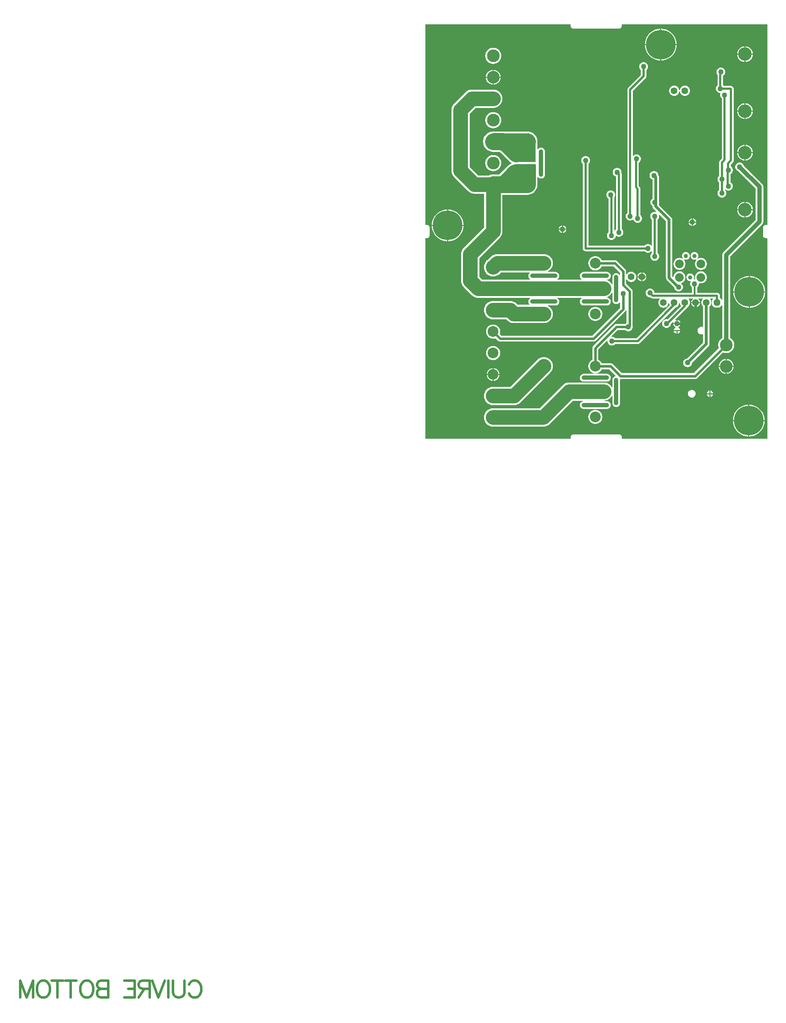
<source format=gbl>
G04*
G04 #@! TF.GenerationSoftware,Altium Limited,Altium Designer,18.1.6 (161)*
G04*
G04 Layer_Physical_Order=2*
G04 Layer_Color=16711680*
%FSLAX25Y25*%
%MOIN*%
G70*
G01*
G75*
%ADD11C,0.02362*%
%ADD39O,0.04000X0.25600*%
%ADD40O,0.25600X0.04000*%
%ADD41C,0.27559*%
%ADD42C,0.12598*%
%ADD43C,0.11811*%
%ADD44C,0.08000*%
%ADD45C,0.03900*%
%ADD46C,0.10000*%
%ADD47R,0.10000X0.10000*%
%ADD48C,0.06300*%
%ADD49P,0.06819X8X202.5*%
%ADD50C,0.05000*%
%ADD51C,0.01600*%
%ADD52C,0.02000*%
%ADD53C,0.02756*%
%ADD55C,0.02400*%
%ADD57C,0.04000*%
%ADD58C,0.13800*%
%ADD59C,0.15748*%
%ADD67C,0.06000*%
%ADD68R,0.09700X0.18900*%
%ADD69R,0.08500X0.19000*%
G36*
X320719Y201328D02*
X318898D01*
X318088Y201167D01*
X317402Y200708D01*
X316943Y200022D01*
X316782Y199213D01*
Y191339D01*
X316783Y191335D01*
X316782Y191332D01*
X316864Y190930D01*
X316943Y190529D01*
X316945Y190526D01*
X316946Y190523D01*
X317175Y190183D01*
X317402Y189843D01*
X317405Y189841D01*
X317407Y189838D01*
X317747Y189612D01*
X318088Y189384D01*
X318092Y189384D01*
X318094Y189382D01*
X318496Y189303D01*
X318898Y189223D01*
X318901Y189224D01*
X318905Y189223D01*
X320348Y189228D01*
X320702Y188875D01*
Y2115D01*
X185186D01*
Y3937D01*
X185025Y4747D01*
X184567Y5433D01*
X183880Y5891D01*
X183071Y6052D01*
X139764D01*
X138954Y5891D01*
X138268Y5433D01*
X137809Y4747D01*
X137648Y3937D01*
Y2115D01*
X2115D01*
Y189223D01*
X3937D01*
X4747Y189384D01*
X5433Y189843D01*
X5891Y190529D01*
X6053Y191339D01*
Y199213D01*
X5891Y200022D01*
X5433Y200708D01*
X4747Y201167D01*
X3937Y201328D01*
X2115D01*
Y388436D01*
X137648D01*
Y386614D01*
X137809Y385805D01*
X138268Y385118D01*
X138954Y384660D01*
X139764Y384499D01*
X183071D01*
X183880Y384660D01*
X184567Y385118D01*
X185025Y385805D01*
X185186Y386614D01*
Y388436D01*
X320719D01*
Y201328D01*
D02*
G37*
%LPC*%
G36*
X222000Y384286D02*
Y370000D01*
X236286D01*
X236143Y371819D01*
X235600Y374081D01*
X234709Y376231D01*
X233494Y378214D01*
X231983Y379983D01*
X230214Y381494D01*
X228231Y382709D01*
X226081Y383600D01*
X223819Y384143D01*
X222000Y384286D01*
D02*
G37*
G36*
X221000D02*
X219181Y384143D01*
X216919Y383600D01*
X214770Y382709D01*
X212786Y381494D01*
X211017Y379983D01*
X209506Y378214D01*
X208291Y376231D01*
X207400Y374081D01*
X206857Y371819D01*
X206714Y370000D01*
X221000D01*
Y384286D01*
D02*
G37*
G36*
X300516Y367904D02*
Y361119D01*
X307301D01*
X307209Y362050D01*
X306792Y363426D01*
X306114Y364694D01*
X305202Y365805D01*
X304091Y366717D01*
X302823Y367395D01*
X301447Y367812D01*
X300516Y367904D01*
D02*
G37*
G36*
X299516Y367904D02*
X298585Y367812D01*
X297209Y367395D01*
X295941Y366717D01*
X294830Y365805D01*
X293917Y364694D01*
X293240Y363426D01*
X292822Y362050D01*
X292731Y361119D01*
X299516D01*
Y367904D01*
D02*
G37*
G36*
X236286Y369000D02*
X222000D01*
Y354714D01*
X223819Y354857D01*
X226081Y355400D01*
X228231Y356291D01*
X230214Y357506D01*
X231983Y359017D01*
X233494Y360786D01*
X234709Y362770D01*
X235600Y364919D01*
X236143Y367181D01*
X236286Y369000D01*
D02*
G37*
G36*
X221000D02*
X206714D01*
X206857Y367181D01*
X207400Y364919D01*
X208291Y362770D01*
X209506Y360786D01*
X211017Y359017D01*
X212786Y357506D01*
X214770Y356291D01*
X216919Y355400D01*
X219181Y354857D01*
X221000Y354714D01*
Y369000D01*
D02*
G37*
G36*
X307301Y360119D02*
X300516D01*
Y353334D01*
X301447Y353425D01*
X302823Y353843D01*
X304091Y354520D01*
X305202Y355433D01*
X306114Y356544D01*
X306792Y357812D01*
X307209Y359188D01*
X307301Y360119D01*
D02*
G37*
G36*
X299516D02*
X292731D01*
X292822Y359188D01*
X293240Y357812D01*
X293917Y356544D01*
X294830Y355433D01*
X295941Y354520D01*
X297209Y353843D01*
X298585Y353425D01*
X299516Y353334D01*
Y360119D01*
D02*
G37*
G36*
X65417Y366568D02*
X63951Y366423D01*
X62541Y365996D01*
X61242Y365301D01*
X60102Y364366D01*
X59168Y363227D01*
X58473Y361928D01*
X58045Y360518D01*
X57901Y359051D01*
X58045Y357585D01*
X58473Y356175D01*
X59168Y354875D01*
X60102Y353736D01*
X61242Y352802D01*
X62541Y352107D01*
X63951Y351679D01*
X65417Y351535D01*
X66884Y351679D01*
X68294Y352107D01*
X69593Y352802D01*
X70732Y353736D01*
X71667Y354875D01*
X72362Y356175D01*
X72790Y357585D01*
X72934Y359051D01*
X72790Y360518D01*
X72362Y361928D01*
X71667Y363227D01*
X70732Y364366D01*
X69593Y365301D01*
X68294Y365996D01*
X66884Y366423D01*
X65417Y366568D01*
D02*
G37*
G36*
X65917Y345941D02*
Y339551D01*
X72307D01*
X72223Y340405D01*
X71828Y341707D01*
X71187Y342906D01*
X70324Y343958D01*
X69273Y344821D01*
X68073Y345462D01*
X66771Y345857D01*
X65917Y345941D01*
D02*
G37*
G36*
X64917Y345941D02*
X64064Y345857D01*
X62762Y345462D01*
X61562Y344821D01*
X60511Y343958D01*
X59648Y342906D01*
X59007Y341707D01*
X58612Y340405D01*
X58528Y339551D01*
X64917D01*
Y345941D01*
D02*
G37*
G36*
X72307Y338551D02*
X65917D01*
Y332162D01*
X66771Y332246D01*
X68073Y332641D01*
X69273Y333282D01*
X70324Y334145D01*
X71187Y335196D01*
X71828Y336396D01*
X72223Y337698D01*
X72307Y338551D01*
D02*
G37*
G36*
X64917D02*
X58528D01*
X58612Y337698D01*
X59007Y336396D01*
X59648Y335196D01*
X60511Y334145D01*
X61562Y333282D01*
X62762Y332641D01*
X64064Y332246D01*
X64917Y332162D01*
Y338551D01*
D02*
G37*
G36*
X244000Y331266D02*
X242767Y331103D01*
X241617Y330627D01*
X240630Y329870D01*
X239873Y328883D01*
X239397Y327733D01*
X239281Y326853D01*
X239252Y326635D01*
X238748D01*
X238719Y326853D01*
X238603Y327733D01*
X238127Y328883D01*
X237370Y329870D01*
X236383Y330627D01*
X235233Y331103D01*
X234000Y331266D01*
X232767Y331103D01*
X231617Y330627D01*
X230630Y329870D01*
X229873Y328883D01*
X229397Y327733D01*
X229234Y326500D01*
X229397Y325267D01*
X229873Y324117D01*
X230630Y323130D01*
X231617Y322373D01*
X232767Y321897D01*
X234000Y321734D01*
X235233Y321897D01*
X236383Y322373D01*
X237370Y323130D01*
X238127Y324117D01*
X238603Y325267D01*
X238719Y326147D01*
X238748Y326365D01*
X239252D01*
X239281Y326147D01*
X239397Y325267D01*
X239873Y324117D01*
X240630Y323130D01*
X241617Y322373D01*
X242767Y321897D01*
X244000Y321734D01*
X245233Y321897D01*
X246383Y322373D01*
X247370Y323130D01*
X248127Y324117D01*
X248603Y325267D01*
X248766Y326500D01*
X248603Y327733D01*
X248127Y328883D01*
X247370Y329870D01*
X246383Y330627D01*
X245233Y331103D01*
X244000Y331266D01*
D02*
G37*
G36*
X300516Y314755D02*
Y307969D01*
X307301D01*
X307209Y308900D01*
X306792Y310276D01*
X306114Y311544D01*
X305202Y312656D01*
X304091Y313568D01*
X302823Y314246D01*
X301447Y314663D01*
X300516Y314755D01*
D02*
G37*
G36*
X299516Y314755D02*
X298585Y314663D01*
X297209Y314246D01*
X295941Y313568D01*
X294830Y312656D01*
X293917Y311544D01*
X293240Y310276D01*
X292822Y308900D01*
X292731Y307969D01*
X299516D01*
Y314755D01*
D02*
G37*
G36*
X307301Y306969D02*
X300516D01*
Y300184D01*
X301447Y300276D01*
X302823Y300693D01*
X304091Y301371D01*
X305202Y302283D01*
X306114Y303395D01*
X306792Y304663D01*
X307209Y306038D01*
X307301Y306969D01*
D02*
G37*
G36*
X299516D02*
X292731D01*
X292822Y306038D01*
X293240Y304663D01*
X293917Y303395D01*
X294830Y302283D01*
X295941Y301371D01*
X297209Y300693D01*
X298585Y300276D01*
X299516Y300184D01*
Y306969D01*
D02*
G37*
G36*
X65417Y306568D02*
X63951Y306423D01*
X62541Y305996D01*
X61242Y305301D01*
X60102Y304366D01*
X59168Y303227D01*
X58473Y301928D01*
X58045Y300518D01*
X57901Y299051D01*
X58045Y297585D01*
X58473Y296175D01*
X59168Y294875D01*
X60102Y293736D01*
X61242Y292802D01*
X62541Y292107D01*
X63951Y291679D01*
X65417Y291535D01*
X66884Y291679D01*
X68294Y292107D01*
X69593Y292802D01*
X70732Y293736D01*
X71667Y294875D01*
X72362Y296175D01*
X72790Y297585D01*
X72934Y299051D01*
X72790Y300518D01*
X72362Y301928D01*
X71667Y303227D01*
X70732Y304366D01*
X69593Y305301D01*
X68294Y305996D01*
X66884Y306423D01*
X65417Y306568D01*
D02*
G37*
G36*
X300504Y276042D02*
Y269257D01*
X307289D01*
X307198Y270188D01*
X306780Y271564D01*
X306102Y272832D01*
X305190Y273943D01*
X304079Y274855D01*
X302811Y275533D01*
X301435Y275950D01*
X300504Y276042D01*
D02*
G37*
G36*
X299504D02*
X298573Y275950D01*
X297197Y275533D01*
X295929Y274855D01*
X294818Y273943D01*
X293906Y272832D01*
X293228Y271564D01*
X292811Y270188D01*
X292719Y269257D01*
X299504D01*
Y276042D01*
D02*
G37*
G36*
X307289Y268257D02*
X300504D01*
Y261471D01*
X301435Y261563D01*
X302811Y261981D01*
X304079Y262658D01*
X305190Y263570D01*
X306102Y264682D01*
X306780Y265950D01*
X307198Y267326D01*
X307289Y268257D01*
D02*
G37*
G36*
X299504D02*
X292719D01*
X292811Y267326D01*
X293228Y265950D01*
X293906Y264682D01*
X294818Y263570D01*
X295929Y262658D01*
X297197Y261981D01*
X298573Y261563D01*
X299504Y261471D01*
Y268257D01*
D02*
G37*
G36*
X65417Y266568D02*
X63951Y266423D01*
X62541Y265996D01*
X61242Y265301D01*
X60102Y264366D01*
X59168Y263227D01*
X58473Y261928D01*
X58045Y260518D01*
X57901Y259051D01*
X58045Y257585D01*
X58473Y256175D01*
X59168Y254875D01*
X60102Y253736D01*
X61242Y252802D01*
X62541Y252107D01*
X63951Y251679D01*
X65417Y251535D01*
X66884Y251679D01*
X68294Y252107D01*
X69593Y252802D01*
X70732Y253736D01*
X71667Y254875D01*
X72362Y256175D01*
X72790Y257585D01*
X72934Y259051D01*
X72790Y260518D01*
X72362Y261928D01*
X71667Y263227D01*
X70732Y264366D01*
X69593Y265301D01*
X68294Y265996D01*
X66884Y266423D01*
X65417Y266568D01*
D02*
G37*
G36*
X277500Y348110D02*
X276436Y347970D01*
X275445Y347559D01*
X274594Y346906D01*
X273941Y346055D01*
X273530Y345064D01*
X273390Y344000D01*
X273530Y342936D01*
X273941Y341945D01*
X274403Y341342D01*
Y331643D01*
X274094Y331406D01*
X273441Y330555D01*
X273030Y329564D01*
X272890Y328500D01*
X273030Y327436D01*
X273441Y326445D01*
X274094Y325594D01*
X274945Y324941D01*
X275936Y324530D01*
X276840Y324411D01*
X277196Y323964D01*
X277030Y323564D01*
X276890Y322500D01*
X277030Y321436D01*
X277441Y320445D01*
X278094Y319594D01*
X278403Y319357D01*
Y263076D01*
X276664Y261336D01*
X276251Y260799D01*
X275992Y260172D01*
X275903Y259500D01*
Y247143D01*
X275594Y246906D01*
X274941Y246055D01*
X274530Y245064D01*
X274390Y244000D01*
X274530Y242936D01*
X274941Y241945D01*
X275594Y241094D01*
X275903Y240857D01*
Y234143D01*
X275594Y233906D01*
X274941Y233055D01*
X274530Y232064D01*
X274390Y231000D01*
X274530Y229936D01*
X274941Y228945D01*
X275594Y228094D01*
X276445Y227441D01*
X277436Y227030D01*
X278500Y226890D01*
X279564Y227030D01*
X280555Y227441D01*
X281406Y228094D01*
X282059Y228945D01*
X282470Y229936D01*
X282610Y231000D01*
X282470Y232064D01*
X282059Y233055D01*
X281406Y233906D01*
X281265Y234014D01*
X281287Y234223D01*
X281813Y234448D01*
X282445Y233962D01*
X283436Y233552D01*
X284500Y233412D01*
X285564Y233552D01*
X286555Y233962D01*
X287406Y234615D01*
X288059Y235467D01*
X288470Y236458D01*
X288610Y237522D01*
X288470Y238585D01*
X288059Y239577D01*
X287406Y240428D01*
X286555Y241081D01*
X286459Y241121D01*
Y248826D01*
X286736Y248941D01*
X287587Y249594D01*
X288240Y250445D01*
X288651Y251436D01*
X288791Y252500D01*
X288651Y253564D01*
X288240Y254555D01*
X287587Y255406D01*
X286778Y256027D01*
Y257814D01*
X288836Y259872D01*
X289249Y260410D01*
X289509Y261036D01*
X289597Y261708D01*
Y328000D01*
X289509Y328672D01*
X289249Y329298D01*
X288836Y329836D01*
X288336Y330336D01*
X287799Y330749D01*
X287172Y331009D01*
X286500Y331097D01*
X280143D01*
X279906Y331406D01*
X279597Y331643D01*
Y340473D01*
X280406Y341094D01*
X281059Y341945D01*
X281470Y342936D01*
X281610Y344000D01*
X281470Y345064D01*
X281059Y346055D01*
X280406Y346906D01*
X279555Y347559D01*
X278564Y347970D01*
X277500Y348110D01*
D02*
G37*
G36*
X300504Y222892D02*
Y216107D01*
X307289D01*
X307198Y217038D01*
X306780Y218414D01*
X306102Y219682D01*
X305190Y220794D01*
X304079Y221706D01*
X302811Y222383D01*
X301435Y222801D01*
X300504Y222892D01*
D02*
G37*
G36*
X299504D02*
X298573Y222801D01*
X297197Y222383D01*
X295929Y221706D01*
X294818Y220794D01*
X293906Y219682D01*
X293228Y218414D01*
X292811Y217038D01*
X292719Y216107D01*
X299504D01*
Y222892D01*
D02*
G37*
G36*
X307289Y215107D02*
X300504D01*
Y208322D01*
X301435Y208414D01*
X302811Y208831D01*
X304079Y209509D01*
X305190Y210421D01*
X306102Y211532D01*
X306780Y212800D01*
X307198Y214176D01*
X307289Y215107D01*
D02*
G37*
G36*
X299504D02*
X292719D01*
X292811Y214176D01*
X293228Y212800D01*
X293906Y211532D01*
X294818Y210421D01*
X295929Y209509D01*
X297197Y208831D01*
X298573Y208414D01*
X299504Y208322D01*
Y215107D01*
D02*
G37*
G36*
X251500Y207464D02*
Y204500D01*
X254464D01*
X254410Y204914D01*
X254057Y205765D01*
X253496Y206496D01*
X252765Y207057D01*
X251914Y207410D01*
X251500Y207464D01*
D02*
G37*
G36*
X250500D02*
X250086Y207410D01*
X249235Y207057D01*
X248504Y206496D01*
X247943Y205765D01*
X247590Y204914D01*
X247536Y204500D01*
X250500D01*
Y207464D01*
D02*
G37*
G36*
X205500Y353110D02*
X204436Y352970D01*
X203445Y352559D01*
X202594Y351906D01*
X201941Y351055D01*
X201530Y350064D01*
X201390Y349000D01*
X201530Y347936D01*
X201941Y346945D01*
X202594Y346094D01*
X202903Y345857D01*
Y341076D01*
X200611Y338784D01*
X191156Y329328D01*
X190743Y328790D01*
X190484Y328164D01*
X190395Y327492D01*
Y212695D01*
X190086Y212457D01*
X189433Y211606D01*
X189022Y210615D01*
X188882Y209551D01*
X189022Y208488D01*
X189433Y207496D01*
X190086Y206645D01*
X190937Y205992D01*
X191929Y205581D01*
X192992Y205441D01*
X194056Y205581D01*
X195047Y205992D01*
X195536Y206367D01*
X195609Y206378D01*
X196131Y206193D01*
X196441Y205445D01*
X197094Y204594D01*
X197945Y203941D01*
X198936Y203530D01*
X200000Y203390D01*
X201064Y203530D01*
X202055Y203941D01*
X202906Y204594D01*
X203559Y205445D01*
X203970Y206436D01*
X204110Y207500D01*
X203970Y208564D01*
X203559Y209555D01*
X202906Y210406D01*
X202597Y210643D01*
Y235051D01*
X202508Y235723D01*
X202249Y236350D01*
X201836Y236888D01*
X201033Y237691D01*
Y259432D01*
X201055Y259441D01*
X201906Y260094D01*
X202559Y260945D01*
X202970Y261936D01*
X203110Y263000D01*
X202970Y264064D01*
X202559Y265055D01*
X201906Y265906D01*
X201055Y266559D01*
X200064Y266970D01*
X199000Y267110D01*
X197936Y266970D01*
X197927Y266966D01*
X197764Y266945D01*
X197138Y266685D01*
X197007Y266585D01*
X196945Y266559D01*
X196094Y265906D01*
X196063Y265866D01*
X195589Y266026D01*
Y326416D01*
X204284Y335111D01*
X207336Y338164D01*
X207749Y338702D01*
X208009Y339328D01*
X208097Y340000D01*
Y345857D01*
X208406Y346094D01*
X209059Y346945D01*
X209470Y347936D01*
X209610Y349000D01*
X209470Y350064D01*
X209059Y351055D01*
X208406Y351906D01*
X207555Y352559D01*
X206564Y352970D01*
X205500Y353110D01*
D02*
G37*
G36*
X23500Y215786D02*
Y201500D01*
X37786D01*
X37643Y203319D01*
X37100Y205581D01*
X36209Y207731D01*
X34994Y209714D01*
X33483Y211483D01*
X31714Y212994D01*
X29730Y214209D01*
X27581Y215100D01*
X25319Y215643D01*
X23500Y215786D01*
D02*
G37*
G36*
X22500D02*
X20681Y215643D01*
X18419Y215100D01*
X16270Y214209D01*
X14286Y212994D01*
X12517Y211483D01*
X11006Y209714D01*
X9791Y207731D01*
X8900Y205581D01*
X8357Y203319D01*
X8214Y201500D01*
X22500D01*
Y215786D01*
D02*
G37*
G36*
X254464Y203500D02*
X251500D01*
Y200536D01*
X251914Y200590D01*
X252765Y200943D01*
X253496Y201504D01*
X254057Y202235D01*
X254410Y203086D01*
X254464Y203500D01*
D02*
G37*
G36*
X250500D02*
X247536D01*
X247590Y203086D01*
X247943Y202235D01*
X248504Y201504D01*
X249235Y200943D01*
X250086Y200590D01*
X250500Y200536D01*
Y203500D01*
D02*
G37*
G36*
X130500Y200964D02*
Y198000D01*
X133464D01*
X133410Y198414D01*
X133057Y199265D01*
X132496Y199996D01*
X131765Y200557D01*
X130914Y200910D01*
X130500Y200964D01*
D02*
G37*
G36*
X129500D02*
X129086Y200910D01*
X128235Y200557D01*
X127504Y199996D01*
X126943Y199265D01*
X126590Y198414D01*
X126536Y198000D01*
X129500D01*
Y200964D01*
D02*
G37*
G36*
X180854Y254589D02*
X179790Y254449D01*
X178799Y254038D01*
X177947Y253385D01*
X177294Y252534D01*
X176884Y251542D01*
X176744Y250479D01*
X176884Y249415D01*
X177294Y248424D01*
X177947Y247572D01*
X178799Y246919D01*
X179790Y246509D01*
X179903Y246494D01*
Y197643D01*
X179594Y197406D01*
X178941Y196555D01*
X178597Y195725D01*
X178097Y195825D01*
Y226904D01*
X178496Y227424D01*
X178906Y228415D01*
X179046Y229479D01*
X178906Y230542D01*
X178496Y231534D01*
X177842Y232385D01*
X176991Y233038D01*
X176000Y233449D01*
X174936Y233589D01*
X173872Y233449D01*
X172881Y233038D01*
X172030Y232385D01*
X171377Y231534D01*
X170966Y230542D01*
X170826Y229479D01*
X170966Y228415D01*
X171377Y227424D01*
X172030Y226572D01*
X172881Y225919D01*
X172903Y225910D01*
Y194643D01*
X172594Y194406D01*
X171941Y193555D01*
X171530Y192564D01*
X171390Y191500D01*
X171530Y190436D01*
X171941Y189445D01*
X172594Y188594D01*
X173445Y187941D01*
X174436Y187530D01*
X175500Y187390D01*
X176564Y187530D01*
X177555Y187941D01*
X178406Y188594D01*
X179059Y189445D01*
X179470Y190436D01*
X179544Y191001D01*
X180078Y191223D01*
X180445Y190941D01*
X181436Y190530D01*
X182500Y190390D01*
X183564Y190530D01*
X184555Y190941D01*
X185406Y191594D01*
X186059Y192445D01*
X186470Y193436D01*
X186610Y194500D01*
X186470Y195564D01*
X186059Y196555D01*
X185406Y197406D01*
X185097Y197643D01*
Y248832D01*
X185009Y249504D01*
X184877Y249822D01*
X184964Y250479D01*
X184824Y251542D01*
X184413Y252534D01*
X183760Y253385D01*
X182909Y254038D01*
X181917Y254449D01*
X180854Y254589D01*
D02*
G37*
G36*
X133464Y197000D02*
X130500D01*
Y194036D01*
X130914Y194090D01*
X131765Y194443D01*
X132496Y195004D01*
X133057Y195735D01*
X133410Y196586D01*
X133464Y197000D01*
D02*
G37*
G36*
X129500D02*
X126536D01*
X126590Y196586D01*
X126943Y195735D01*
X127504Y195004D01*
X128235Y194443D01*
X129086Y194090D01*
X129500Y194036D01*
Y197000D01*
D02*
G37*
G36*
X37786Y200500D02*
X23500D01*
Y186214D01*
X25319Y186357D01*
X27581Y186900D01*
X29730Y187791D01*
X31714Y189006D01*
X33483Y190517D01*
X34994Y192286D01*
X36209Y194270D01*
X37100Y196419D01*
X37643Y198681D01*
X37786Y200500D01*
D02*
G37*
G36*
X22500D02*
X8214D01*
X8357Y198681D01*
X8900Y196419D01*
X9791Y194270D01*
X11006Y192286D01*
X12517Y190517D01*
X14286Y189006D01*
X16270Y187791D01*
X18419Y186900D01*
X20681Y186357D01*
X22500Y186214D01*
Y200500D01*
D02*
G37*
G36*
X244917Y176157D02*
X243984Y176034D01*
X243115Y175674D01*
X242368Y175101D01*
X241795Y174354D01*
X241435Y173485D01*
X241312Y172551D01*
X241435Y171618D01*
X241795Y170749D01*
X242258Y170145D01*
X241901Y169789D01*
X241729Y169921D01*
X240373Y170483D01*
X238917Y170674D01*
X237462Y170483D01*
X236106Y169921D01*
X234941Y169027D01*
X234048Y167863D01*
X233486Y166507D01*
X233295Y165051D01*
X233486Y163596D01*
X234048Y162240D01*
X234941Y161075D01*
X236106Y160182D01*
X237462Y159620D01*
X238917Y159429D01*
X240373Y159620D01*
X241729Y160182D01*
X242893Y161075D01*
X243787Y162240D01*
X244349Y163596D01*
X244540Y165051D01*
X244349Y166507D01*
X243787Y167863D01*
X242948Y168957D01*
X243048Y169196D01*
X243220Y169385D01*
X243984Y169069D01*
X244917Y168946D01*
X245851Y169069D01*
X246720Y169429D01*
X247467Y170002D01*
X248040Y170749D01*
X248400Y171618D01*
X248523Y172551D01*
X248400Y173485D01*
X248040Y174354D01*
X247467Y175101D01*
X246720Y175674D01*
X245851Y176034D01*
X244917Y176157D01*
D02*
G37*
G36*
X252917D02*
X251984Y176034D01*
X251115Y175674D01*
X250368Y175101D01*
X249795Y174354D01*
X249435Y173485D01*
X249312Y172551D01*
X249435Y171618D01*
X249795Y170749D01*
X250368Y170002D01*
X251115Y169429D01*
X251984Y169069D01*
X252917Y168946D01*
X253851Y169069D01*
X254614Y169385D01*
X254787Y169196D01*
X254887Y168957D01*
X254048Y167863D01*
X253486Y166507D01*
X253294Y165051D01*
X253486Y163596D01*
X254048Y162240D01*
X254941Y161075D01*
X256106Y160182D01*
X257462Y159620D01*
X258917Y159429D01*
X260373Y159620D01*
X261729Y160182D01*
X262893Y161075D01*
X263787Y162240D01*
X264349Y163596D01*
X264540Y165051D01*
X264349Y166507D01*
X263787Y167863D01*
X262893Y169027D01*
X261729Y169921D01*
X260373Y170483D01*
X258917Y170674D01*
X257462Y170483D01*
X256106Y169921D01*
X255934Y169789D01*
X255577Y170145D01*
X256040Y170749D01*
X256400Y171618D01*
X256523Y172551D01*
X256400Y173485D01*
X256040Y174354D01*
X255467Y175101D01*
X254720Y175674D01*
X253851Y176034D01*
X252917Y176157D01*
D02*
G37*
G36*
X204436Y157120D02*
Y153500D01*
X208056D01*
X207979Y154083D01*
X207561Y155093D01*
X206896Y155960D01*
X206029Y156625D01*
X205020Y157043D01*
X204436Y157120D01*
D02*
G37*
G36*
X203436Y157120D02*
X202853Y157043D01*
X201843Y156625D01*
X200976Y155960D01*
X200311Y155093D01*
X199893Y154083D01*
X199816Y153500D01*
X203436D01*
Y157120D01*
D02*
G37*
G36*
Y152500D02*
X199816D01*
X199893Y151917D01*
X200311Y150907D01*
X200976Y150040D01*
X201843Y149375D01*
X202853Y148957D01*
X203436Y148880D01*
Y152500D01*
D02*
G37*
G36*
X208056D02*
X204436D01*
Y148880D01*
X205020Y148957D01*
X206029Y149375D01*
X206896Y150040D01*
X207561Y150907D01*
X207979Y151917D01*
X208056Y152500D01*
D02*
G37*
G36*
X304500Y153786D02*
Y139500D01*
X318786D01*
X318643Y141319D01*
X318100Y143581D01*
X317209Y145730D01*
X315994Y147714D01*
X314483Y149483D01*
X312714Y150994D01*
X310731Y152209D01*
X308581Y153100D01*
X306319Y153643D01*
X304500Y153786D01*
D02*
G37*
G36*
X303500D02*
X301681Y153643D01*
X299419Y153100D01*
X297270Y152209D01*
X295286Y150994D01*
X293517Y149483D01*
X292006Y147714D01*
X290791Y145730D01*
X289900Y143581D01*
X289357Y141319D01*
X289214Y139500D01*
X303500D01*
Y153786D01*
D02*
G37*
G36*
X151500Y265610D02*
X150436Y265470D01*
X149445Y265059D01*
X148594Y264406D01*
X147941Y263555D01*
X147530Y262564D01*
X147390Y261500D01*
X147530Y260436D01*
X147941Y259445D01*
X148594Y258594D01*
X148903Y258357D01*
Y179500D01*
X148992Y178828D01*
X149251Y178201D01*
X149664Y177664D01*
X150201Y177251D01*
X150828Y176991D01*
X151500Y176903D01*
X206357D01*
X206594Y176594D01*
X207445Y175941D01*
X208436Y175530D01*
X209500Y175390D01*
X210564Y175530D01*
X211555Y175941D01*
X212406Y176594D01*
X212837Y177156D01*
X213337Y176986D01*
Y175178D01*
X213028Y174941D01*
X212375Y174089D01*
X211965Y173098D01*
X211824Y172034D01*
X211965Y170971D01*
X212375Y169979D01*
X213028Y169128D01*
X213879Y168475D01*
X214871Y168064D01*
X215934Y167924D01*
X216998Y168064D01*
X217989Y168475D01*
X218841Y169128D01*
X219494Y169979D01*
X219904Y170971D01*
X220044Y172034D01*
X219904Y173098D01*
X219494Y174089D01*
X218841Y174941D01*
X218531Y175178D01*
Y206421D01*
X218824Y206645D01*
X219477Y207496D01*
X219887Y208488D01*
X220027Y209551D01*
X219887Y210615D01*
X219859Y210683D01*
X220283Y210966D01*
X226226Y205023D01*
Y155078D01*
X226226Y155076D01*
X226226Y155074D01*
X226277Y154689D01*
X226304Y154485D01*
Y152165D01*
X226405Y151394D01*
X226703Y150676D01*
X227176Y150059D01*
X227176Y150059D01*
X234061Y143175D01*
X234157Y142442D01*
X234567Y141451D01*
X235221Y140600D01*
X236072Y139946D01*
X237063Y139536D01*
X238127Y139396D01*
X239191Y139536D01*
X240182Y139946D01*
X241033Y140600D01*
X241686Y141451D01*
X242097Y142442D01*
X242237Y143506D01*
X242097Y144570D01*
X241686Y145561D01*
X241033Y146412D01*
X240660Y146698D01*
X240736Y147270D01*
X241729Y147682D01*
X242893Y148575D01*
X243787Y149740D01*
X244349Y151096D01*
X244540Y152551D01*
X244349Y154007D01*
X243787Y155363D01*
X242893Y156527D01*
X241729Y157421D01*
X240373Y157983D01*
X238917Y158174D01*
X237462Y157983D01*
X236106Y157421D01*
X234941Y156527D01*
X234048Y155363D01*
X233486Y154007D01*
X233355Y153011D01*
X232827Y152832D01*
X232260Y153399D01*
Y155000D01*
X232260Y155002D01*
X232260Y155004D01*
X232209Y155385D01*
X232182Y155592D01*
Y206257D01*
X232081Y207028D01*
X231783Y207746D01*
X231310Y208363D01*
X231310Y208363D01*
X223567Y216106D01*
X219820Y219853D01*
Y221074D01*
X219970Y221436D01*
X220110Y222500D01*
X219970Y223564D01*
X219820Y223926D01*
Y245861D01*
X219820Y245861D01*
X219718Y246632D01*
X219421Y247350D01*
X219283Y247530D01*
X219143Y248594D01*
X218732Y249585D01*
X218079Y250436D01*
X217228Y251089D01*
X216236Y251500D01*
X215173Y251640D01*
X214109Y251500D01*
X213118Y251089D01*
X212266Y250436D01*
X211613Y249585D01*
X211203Y248594D01*
X211063Y247530D01*
X211203Y246466D01*
X211613Y245475D01*
X212266Y244624D01*
X213118Y243971D01*
X213863Y243662D01*
Y225997D01*
X213094Y225406D01*
X212441Y224555D01*
X212030Y223564D01*
X211890Y222500D01*
X212030Y221436D01*
X212441Y220445D01*
X213094Y219594D01*
X213863Y219003D01*
Y218619D01*
X213965Y217848D01*
X214262Y217130D01*
X214736Y216513D01*
X217332Y213917D01*
X217049Y213493D01*
X216981Y213521D01*
X215917Y213661D01*
X214854Y213521D01*
X213862Y213111D01*
X213011Y212457D01*
X212358Y211606D01*
X211947Y210615D01*
X211807Y209551D01*
X211947Y208488D01*
X212358Y207496D01*
X213011Y206645D01*
X213337Y206395D01*
Y182014D01*
X212837Y181844D01*
X212406Y182406D01*
X211555Y183059D01*
X210564Y183470D01*
X209500Y183610D01*
X208436Y183470D01*
X207445Y183059D01*
X206594Y182406D01*
X206357Y182097D01*
X154097D01*
Y258357D01*
X154406Y258594D01*
X155059Y259445D01*
X155470Y260436D01*
X155610Y261500D01*
X155470Y262564D01*
X155059Y263555D01*
X154406Y264406D01*
X153555Y265059D01*
X152564Y265470D01*
X151500Y265610D01*
D02*
G37*
G36*
X318786Y138500D02*
X304500D01*
Y124214D01*
X306319Y124357D01*
X308581Y124900D01*
X310731Y125791D01*
X312714Y127006D01*
X314483Y128517D01*
X315994Y130286D01*
X317209Y132270D01*
X318100Y134419D01*
X318643Y136681D01*
X318786Y138500D01*
D02*
G37*
G36*
X303500D02*
X289214D01*
X289357Y136681D01*
X289900Y134419D01*
X290791Y132270D01*
X292006Y130286D01*
X293517Y128517D01*
X295286Y127006D01*
X297270Y125791D01*
X299419Y124900D01*
X301681Y124357D01*
X303500Y124214D01*
Y138500D01*
D02*
G37*
G36*
X160543Y125036D02*
X159255Y124909D01*
X158015Y124533D01*
X156873Y123923D01*
X155872Y123101D01*
X155050Y122100D01*
X154440Y120958D01*
X154064Y119718D01*
X153937Y118429D01*
X154064Y117140D01*
X154440Y115901D01*
X155050Y114759D01*
X155872Y113758D01*
X156873Y112936D01*
X158015Y112326D01*
X159255Y111950D01*
X160543Y111823D01*
X161832Y111950D01*
X163072Y112326D01*
X164214Y112936D01*
X165215Y113758D01*
X166037Y114759D01*
X166647Y115901D01*
X167023Y117140D01*
X167150Y118429D01*
X167023Y119718D01*
X166647Y120958D01*
X166037Y122100D01*
X165215Y123101D01*
X164214Y123923D01*
X163072Y124533D01*
X161832Y124909D01*
X160543Y125036D01*
D02*
G37*
G36*
X65417Y327567D02*
X45551D01*
X43890Y327403D01*
X42292Y326919D01*
X40820Y326132D01*
X39530Y325073D01*
X28978Y314522D01*
X27919Y313231D01*
X27132Y311759D01*
X26648Y310161D01*
X26484Y308500D01*
Y252000D01*
X26648Y250339D01*
X27132Y248741D01*
X27919Y247269D01*
X28978Y245978D01*
X41927Y233030D01*
X43218Y231971D01*
X44690Y231184D01*
X46287Y230699D01*
X47949Y230536D01*
X47949Y230536D01*
X56902D01*
Y198945D01*
X37978Y180022D01*
X36919Y178731D01*
X36132Y177259D01*
X35648Y175661D01*
X35484Y174000D01*
Y149500D01*
X35648Y147839D01*
X36132Y146241D01*
X36919Y144769D01*
X37978Y143478D01*
X45549Y135908D01*
X46840Y134848D01*
X48312Y134062D01*
X49909Y133577D01*
X51571Y133413D01*
X65354D01*
X66595Y133536D01*
X99654D01*
X99784Y133036D01*
X99150Y132550D01*
X98577Y131803D01*
X98217Y130933D01*
X98094Y130000D01*
X98217Y129067D01*
X98577Y128197D01*
X99150Y127450D01*
X99192Y127419D01*
X99031Y126945D01*
X88098D01*
X87092Y127951D01*
X85802Y129010D01*
X84330Y129797D01*
X82732Y130281D01*
X81071Y130445D01*
X65354D01*
X63693Y130281D01*
X62096Y129797D01*
X60623Y129010D01*
X59333Y127951D01*
X58274Y126660D01*
X57487Y125188D01*
X57002Y123591D01*
X56839Y121929D01*
X57002Y120268D01*
X57487Y118670D01*
X58274Y117198D01*
X59333Y115908D01*
X60623Y114848D01*
X62096Y114062D01*
X63693Y113577D01*
X65354Y113413D01*
X77543D01*
X78549Y112408D01*
X78549Y112408D01*
X79839Y111349D01*
X81312Y110562D01*
X82909Y110077D01*
X84571Y109914D01*
X112513D01*
X114175Y110077D01*
X115772Y110562D01*
X117245Y111349D01*
X118535Y112408D01*
X119594Y113698D01*
X120381Y115171D01*
X120866Y116768D01*
X121029Y118429D01*
X120866Y120091D01*
X120381Y121688D01*
X119594Y123161D01*
X118535Y124451D01*
X117245Y125510D01*
X116525Y125894D01*
X116651Y126394D01*
X123300D01*
X124233Y126517D01*
X125103Y126877D01*
X125850Y127450D01*
X126423Y128197D01*
X126783Y129067D01*
X126906Y130000D01*
X126783Y130933D01*
X126423Y131803D01*
X125850Y132550D01*
X125216Y133036D01*
X125346Y133536D01*
X147654D01*
X147784Y133036D01*
X147150Y132550D01*
X146577Y131803D01*
X146217Y130933D01*
X146094Y130000D01*
X146217Y129067D01*
X146577Y128197D01*
X147150Y127450D01*
X147897Y126877D01*
X148767Y126517D01*
X149700Y126394D01*
X171300D01*
X172233Y126517D01*
X173103Y126877D01*
X173850Y127450D01*
X174423Y128197D01*
X174783Y129067D01*
X174906Y130000D01*
X174783Y130933D01*
X174423Y131803D01*
X173850Y132550D01*
X173103Y133123D01*
X172233Y133483D01*
X171434Y133588D01*
X171393Y134098D01*
X171676Y134184D01*
X173149Y134971D01*
X174439Y136030D01*
X175498Y137320D01*
X175894Y138062D01*
X176394Y137936D01*
Y131200D01*
X176517Y130267D01*
X176877Y129397D01*
X177450Y128650D01*
X178197Y128077D01*
X179067Y127717D01*
X180000Y127594D01*
X180933Y127717D01*
X181803Y128077D01*
X182550Y128650D01*
X183123Y129397D01*
X183201Y129587D01*
X183701Y129488D01*
Y124059D01*
X157841Y98199D01*
X73043D01*
X71547Y99695D01*
X71834Y100640D01*
X71961Y101929D01*
X71834Y103218D01*
X71458Y104457D01*
X70848Y105600D01*
X70026Y106601D01*
X69025Y107422D01*
X67883Y108033D01*
X66643Y108409D01*
X65354Y108536D01*
X64065Y108409D01*
X62826Y108033D01*
X61684Y107422D01*
X60683Y106601D01*
X59861Y105600D01*
X59251Y104457D01*
X58875Y103218D01*
X58748Y101929D01*
X58875Y100640D01*
X59251Y99401D01*
X59861Y98259D01*
X60683Y97258D01*
X61684Y96436D01*
X62826Y95825D01*
X64065Y95450D01*
X65354Y95323D01*
X66643Y95450D01*
X67589Y95736D01*
X69905Y93421D01*
X70484Y92976D01*
X71159Y92697D01*
X71884Y92601D01*
X159000D01*
X159724Y92697D01*
X160399Y92976D01*
X160979Y93421D01*
X188479Y120921D01*
X188924Y121501D01*
X189203Y122176D01*
X189701Y122127D01*
Y110092D01*
X189223Y109894D01*
X188371Y109241D01*
X188289Y109134D01*
X180335D01*
X180335Y109134D01*
X179610Y109038D01*
X178935Y108759D01*
X178356Y108314D01*
X158564Y88522D01*
X158120Y87943D01*
X157840Y87268D01*
X157745Y86543D01*
Y75633D01*
X156873Y75167D01*
X155872Y74345D01*
X155050Y73344D01*
X154440Y72202D01*
X154064Y70962D01*
X153937Y69673D01*
X154064Y68384D01*
X154440Y67145D01*
X155050Y66003D01*
X155872Y65002D01*
X156873Y64180D01*
X158015Y63570D01*
X159255Y63194D01*
X160149Y63106D01*
X160124Y62606D01*
X149700D01*
X148767Y62483D01*
X147897Y62123D01*
X147150Y61550D01*
X146577Y60803D01*
X146217Y59933D01*
X146094Y59000D01*
X146217Y58067D01*
X146577Y57197D01*
X147150Y56450D01*
X147897Y55877D01*
X148767Y55517D01*
X149700Y55394D01*
X171300D01*
X172233Y55517D01*
X173103Y55877D01*
X173850Y56450D01*
X174423Y57197D01*
X174783Y58067D01*
X174906Y59000D01*
X174783Y59933D01*
X174423Y60803D01*
X173850Y61550D01*
X173103Y62123D01*
X172233Y62483D01*
X171300Y62606D01*
X160962D01*
X160938Y63106D01*
X161832Y63194D01*
X163072Y63570D01*
X164214Y64180D01*
X165215Y65002D01*
X166037Y66003D01*
X166502Y66875D01*
X173667D01*
X179675Y60867D01*
X179496Y60339D01*
X179067Y60283D01*
X178197Y59923D01*
X177450Y59350D01*
X176877Y58603D01*
X176517Y57733D01*
X176394Y56800D01*
Y50166D01*
X175894Y50041D01*
X175498Y50783D01*
X174439Y52073D01*
X173149Y53132D01*
X171676Y53919D01*
X170079Y54404D01*
X168417Y54567D01*
X136135D01*
X134474Y54404D01*
X132877Y53919D01*
X131404Y53132D01*
X130114Y52073D01*
X108486Y30445D01*
X65354D01*
X63693Y30281D01*
X62096Y29797D01*
X60623Y29010D01*
X59333Y27951D01*
X58274Y26660D01*
X57487Y25188D01*
X57002Y23591D01*
X56839Y21929D01*
X57002Y20268D01*
X57487Y18670D01*
X58274Y17198D01*
X59333Y15908D01*
X60623Y14849D01*
X62096Y14062D01*
X63693Y13577D01*
X65354Y13413D01*
X112013D01*
X113675Y13577D01*
X115272Y14062D01*
X116744Y14849D01*
X118035Y15908D01*
X118535Y16408D01*
X139663Y37536D01*
X149135D01*
X149168Y37036D01*
X148767Y36983D01*
X147897Y36623D01*
X147150Y36050D01*
X146577Y35303D01*
X146217Y34433D01*
X146094Y33500D01*
X146217Y32567D01*
X146577Y31697D01*
X147150Y30950D01*
X147897Y30377D01*
X148767Y30017D01*
X149700Y29894D01*
X171300D01*
X172233Y30017D01*
X173103Y30377D01*
X173850Y30950D01*
X174423Y31697D01*
X174783Y32567D01*
X174906Y33500D01*
X174783Y34433D01*
X174423Y35303D01*
X173850Y36050D01*
X173103Y36623D01*
X172233Y36983D01*
X171300Y37106D01*
X169154D01*
X169129Y37606D01*
X170079Y37699D01*
X171676Y38184D01*
X173149Y38971D01*
X174439Y40030D01*
X175498Y41320D01*
X175894Y42062D01*
X176394Y41936D01*
Y35200D01*
X176517Y34267D01*
X176877Y33397D01*
X177450Y32650D01*
X178197Y32077D01*
X179067Y31717D01*
X180000Y31594D01*
X180933Y31717D01*
X181803Y32077D01*
X182550Y32650D01*
X183123Y33397D01*
X183483Y34267D01*
X183606Y35200D01*
Y56800D01*
X183545Y57257D01*
X183991Y57702D01*
X184000Y57701D01*
X253500D01*
X254224Y57797D01*
X254899Y58076D01*
X255479Y58521D01*
X279552Y82594D01*
X279624Y82556D01*
X281034Y82128D01*
X282500Y81984D01*
X283966Y82128D01*
X285376Y82556D01*
X286676Y83250D01*
X287815Y84185D01*
X288750Y85324D01*
X289444Y86624D01*
X289872Y88034D01*
X290017Y89500D01*
X289872Y90966D01*
X289444Y92376D01*
X288750Y93676D01*
X287815Y94815D01*
X286676Y95750D01*
X286106Y96055D01*
Y172006D01*
X316050Y201950D01*
X316623Y202697D01*
X316983Y203567D01*
X317106Y204500D01*
Y237000D01*
X316983Y237933D01*
X316623Y238803D01*
X316050Y239550D01*
X298924Y256676D01*
X298559Y257555D01*
X297906Y258406D01*
X297055Y259059D01*
X296064Y259470D01*
X295000Y259610D01*
X293936Y259470D01*
X292945Y259059D01*
X292094Y258406D01*
X291441Y257555D01*
X291030Y256564D01*
X290890Y255500D01*
X291030Y254436D01*
X291441Y253445D01*
X292094Y252594D01*
X292945Y251941D01*
X293824Y251576D01*
X309894Y235507D01*
Y205994D01*
X279950Y176050D01*
X279377Y175303D01*
X279017Y174433D01*
X278894Y173500D01*
Y131900D01*
X278394Y131693D01*
X276514Y133573D01*
Y135500D01*
X276426Y136172D01*
X276167Y136799D01*
X275754Y137336D01*
X275216Y137749D01*
X274590Y138008D01*
X273917Y138097D01*
X255421D01*
Y143222D01*
X255906Y143594D01*
X256559Y144445D01*
X256970Y145436D01*
X257110Y146500D01*
X257069Y146814D01*
X257534Y147111D01*
X258917Y146929D01*
X260373Y147120D01*
X261729Y147682D01*
X262893Y148575D01*
X263787Y149740D01*
X264349Y151096D01*
X264540Y152551D01*
X264349Y154007D01*
X263787Y155363D01*
X262893Y156527D01*
X261729Y157421D01*
X260373Y157983D01*
X258917Y158174D01*
X257462Y157983D01*
X256106Y157421D01*
X254941Y156527D01*
X254048Y155363D01*
X253486Y154007D01*
X253294Y152551D01*
X253486Y151096D01*
X253536Y150976D01*
X253231Y150580D01*
X253000Y150610D01*
X252487Y150542D01*
X252145Y151002D01*
X252400Y151618D01*
X252523Y152551D01*
X252400Y153485D01*
X252040Y154354D01*
X251467Y155101D01*
X250720Y155674D01*
X249851Y156034D01*
X248917Y156157D01*
X247984Y156034D01*
X247115Y155674D01*
X246368Y155101D01*
X245795Y154354D01*
X245435Y153485D01*
X245312Y152551D01*
X245435Y151618D01*
X245795Y150749D01*
X246368Y150002D01*
X247115Y149429D01*
X247984Y149069D01*
X248917Y148946D01*
X249194Y148982D01*
X249289Y148817D01*
X249421Y148508D01*
X249030Y147564D01*
X248890Y146500D01*
X249030Y145436D01*
X249441Y144445D01*
X250094Y143594D01*
X250579Y143222D01*
Y138097D01*
X215597D01*
X215470Y139064D01*
X215059Y140055D01*
X214406Y140906D01*
X213555Y141559D01*
X212564Y141970D01*
X211500Y142110D01*
X210436Y141970D01*
X209445Y141559D01*
X208594Y140906D01*
X207941Y140055D01*
X207530Y139064D01*
X207390Y138000D01*
X207530Y136936D01*
X207941Y135945D01*
X208594Y135094D01*
X209445Y134441D01*
X210436Y134030D01*
X211500Y133890D01*
X211886Y133941D01*
X212164Y133664D01*
X212702Y133251D01*
X213328Y132991D01*
X214000Y132903D01*
X220547D01*
X220708Y132430D01*
X220630Y132370D01*
X219873Y131383D01*
X219397Y130233D01*
X219234Y129000D01*
X219397Y127767D01*
X219873Y126617D01*
X220630Y125630D01*
X221617Y124873D01*
X222767Y124397D01*
X224000Y124234D01*
X225233Y124397D01*
X226383Y124873D01*
X227370Y125630D01*
X228127Y126617D01*
X228603Y127767D01*
X228719Y128647D01*
X228748Y128865D01*
X229252D01*
X229281Y128647D01*
X229397Y127767D01*
X229873Y126617D01*
X229904Y126577D01*
X198976Y95648D01*
X179092D01*
X178855Y95958D01*
X178004Y96611D01*
X177012Y97021D01*
X175949Y97161D01*
X175765Y97137D01*
X175544Y97586D01*
X181494Y103536D01*
X188289D01*
X188371Y103429D01*
X189223Y102775D01*
X190214Y102365D01*
X191278Y102225D01*
X192341Y102365D01*
X193333Y102775D01*
X194184Y103429D01*
X194837Y104280D01*
X195247Y105271D01*
X195388Y106335D01*
X195263Y107283D01*
X195299Y107557D01*
Y139500D01*
X195299Y139500D01*
X195203Y140224D01*
X194924Y140899D01*
X194479Y141479D01*
X194479Y141479D01*
X189299Y146659D01*
Y150543D01*
X189799Y150642D01*
X189809Y150617D01*
X190567Y149630D01*
X191553Y148873D01*
X192703Y148397D01*
X193936Y148234D01*
X195170Y148397D01*
X196319Y148873D01*
X197306Y149630D01*
X198063Y150617D01*
X198539Y151767D01*
X198702Y153000D01*
X198539Y154233D01*
X198063Y155383D01*
X197306Y156370D01*
X196319Y157127D01*
X195170Y157603D01*
X193936Y157766D01*
X192703Y157603D01*
X191553Y157127D01*
X190567Y156370D01*
X189809Y155383D01*
X189799Y155358D01*
X189299Y155457D01*
Y158000D01*
X189203Y158724D01*
X188924Y159399D01*
X188479Y159979D01*
X180806Y167652D01*
X180226Y168097D01*
X179551Y168377D01*
X178827Y168472D01*
X166502D01*
X166037Y169344D01*
X165215Y170345D01*
X164214Y171167D01*
X163072Y171777D01*
X161832Y172153D01*
X160543Y172280D01*
X159255Y172153D01*
X158015Y171777D01*
X156873Y171167D01*
X155872Y170345D01*
X155050Y169344D01*
X154440Y168202D01*
X154064Y166962D01*
X153937Y165673D01*
X154064Y164384D01*
X154440Y163145D01*
X155050Y162003D01*
X155872Y161002D01*
X156873Y160180D01*
X158015Y159570D01*
X159255Y159194D01*
X160543Y159067D01*
X161832Y159194D01*
X163072Y159570D01*
X164214Y160180D01*
X165215Y161002D01*
X166037Y162003D01*
X166502Y162875D01*
X177667D01*
X183701Y156841D01*
Y154512D01*
X183201Y154413D01*
X183123Y154603D01*
X182550Y155350D01*
X181803Y155923D01*
X180933Y156283D01*
X180000Y156406D01*
X179067Y156283D01*
X178197Y155923D01*
X177450Y155350D01*
X176877Y154603D01*
X176517Y153733D01*
X176394Y152800D01*
Y146166D01*
X175894Y146041D01*
X175498Y146783D01*
X174439Y148073D01*
X173149Y149132D01*
X171676Y149919D01*
X171629Y149933D01*
X171671Y150443D01*
X172233Y150517D01*
X173103Y150877D01*
X173850Y151450D01*
X174423Y152197D01*
X174783Y153067D01*
X174906Y154000D01*
X174783Y154933D01*
X174423Y155803D01*
X173850Y156550D01*
X173103Y157123D01*
X172233Y157483D01*
X171300Y157606D01*
X149700D01*
X148767Y157483D01*
X147897Y157123D01*
X147150Y156550D01*
X146577Y155803D01*
X146217Y154933D01*
X146094Y154000D01*
X146217Y153067D01*
X146577Y152197D01*
X147150Y151450D01*
X147650Y151067D01*
X147480Y150567D01*
X125520D01*
X125350Y151067D01*
X125850Y151450D01*
X126423Y152197D01*
X126783Y153067D01*
X126906Y154000D01*
X126783Y154933D01*
X126423Y155803D01*
X125850Y156550D01*
X125103Y157123D01*
X124233Y157483D01*
X123300Y157606D01*
X116458D01*
X116333Y158106D01*
X117245Y158593D01*
X118535Y159652D01*
X119594Y160942D01*
X120381Y162415D01*
X120866Y164012D01*
X121029Y165673D01*
X120866Y167335D01*
X120381Y168932D01*
X119594Y170405D01*
X118535Y171695D01*
X117245Y172754D01*
X115772Y173541D01*
X114175Y174025D01*
X112513Y174189D01*
X69099D01*
X69099Y174189D01*
X67437Y174025D01*
X65840Y173541D01*
X64368Y172754D01*
X63077Y171695D01*
X59886Y168504D01*
X58780D01*
Y167277D01*
X58274Y166660D01*
X57487Y165188D01*
X57002Y163591D01*
X56839Y161929D01*
X57002Y160268D01*
X57487Y158670D01*
X58274Y157198D01*
X58780Y156582D01*
Y155354D01*
X60007D01*
X60623Y154849D01*
X62096Y154062D01*
X63693Y153577D01*
X65354Y153413D01*
X67016Y153577D01*
X68613Y154062D01*
X70086Y154849D01*
X70702Y155354D01*
X71929D01*
Y156461D01*
X72626Y157158D01*
X99121D01*
X99291Y156658D01*
X99150Y156550D01*
X98577Y155803D01*
X98217Y154933D01*
X98094Y154000D01*
X98217Y153067D01*
X98577Y152197D01*
X99150Y151450D01*
X99650Y151067D01*
X99480Y150567D01*
X65477D01*
X65477Y150567D01*
X64236Y150445D01*
X55098D01*
X52516Y153027D01*
Y170473D01*
X71439Y189396D01*
X72498Y190686D01*
X73285Y192158D01*
X73770Y193756D01*
X73933Y195417D01*
Y229557D01*
X97100D01*
X98952Y229739D01*
X100733Y230280D01*
X102375Y231157D01*
X103814Y232338D01*
X104994Y233776D01*
X105872Y235418D01*
X106412Y237199D01*
X106421Y237293D01*
X106483Y237386D01*
X106606Y238000D01*
X106606Y238000D01*
Y240398D01*
X106606Y240398D01*
Y244602D01*
X106606Y244602D01*
Y245930D01*
X107106Y246100D01*
X107450Y245650D01*
X108197Y245077D01*
X109067Y244717D01*
X110000Y244594D01*
X110933Y244717D01*
X111803Y245077D01*
X112550Y245650D01*
X113123Y246397D01*
X113483Y247267D01*
X113606Y248200D01*
Y269800D01*
X113483Y270733D01*
X113123Y271603D01*
X112550Y272350D01*
X111803Y272923D01*
X110933Y273283D01*
X110000Y273406D01*
X109067Y273283D01*
X108197Y272923D01*
X107450Y272350D01*
X107106Y271900D01*
X106606Y272070D01*
Y274898D01*
Y278149D01*
X106694Y279051D01*
X106606Y279954D01*
Y280500D01*
X106606Y280500D01*
X106483Y281115D01*
X106419Y281211D01*
X105972Y282685D01*
X105094Y284326D01*
X103914Y285765D01*
X102475Y286946D01*
X100833Y287823D01*
X99462Y288239D01*
X99150Y288448D01*
X98536Y288570D01*
X98536Y288570D01*
X97834D01*
X97781Y288560D01*
X97729Y288566D01*
X97530Y288513D01*
X97200Y288546D01*
X75848D01*
X75771Y288566D01*
X75718Y288560D01*
X75666Y288570D01*
X65536Y288570D01*
X65536Y288570D01*
X65412Y288545D01*
X63565Y288364D01*
X61784Y287823D01*
X60142Y286946D01*
X58704Y285765D01*
X57523Y284326D01*
X56646Y282685D01*
X56105Y280904D01*
X55923Y279051D01*
X56105Y277199D01*
X56646Y275418D01*
X57523Y273777D01*
X58704Y272338D01*
X60142Y271157D01*
X61784Y270280D01*
X63565Y269739D01*
X65417Y269557D01*
X71383D01*
X72312Y268760D01*
X80086Y260986D01*
X81525Y259806D01*
X82487Y259291D01*
X82438Y258794D01*
X82367Y258772D01*
X80725Y257894D01*
X79286Y256714D01*
X71119Y248546D01*
X65417D01*
X63565Y248363D01*
X61784Y247823D01*
X61305Y247567D01*
X51476D01*
X43516Y255527D01*
Y304973D01*
X49079Y310536D01*
X65417D01*
X67079Y310699D01*
X68676Y311184D01*
X70148Y311971D01*
X71439Y313030D01*
X72498Y314320D01*
X73285Y315792D01*
X73770Y317390D01*
X73933Y319051D01*
X73770Y320713D01*
X73285Y322310D01*
X72498Y323782D01*
X71439Y325073D01*
X70148Y326132D01*
X68676Y326919D01*
X67079Y327403D01*
X65417Y327567D01*
D02*
G37*
G36*
X65354Y88536D02*
X64065Y88409D01*
X62826Y88033D01*
X61684Y87422D01*
X60683Y86601D01*
X59861Y85600D01*
X59251Y84457D01*
X58875Y83218D01*
X58748Y81929D01*
X58875Y80640D01*
X59251Y79401D01*
X59861Y78259D01*
X60683Y77258D01*
X61684Y76436D01*
X62826Y75826D01*
X64065Y75450D01*
X65354Y75323D01*
X66643Y75450D01*
X67883Y75826D01*
X69025Y76436D01*
X70026Y77258D01*
X70848Y78259D01*
X71458Y79401D01*
X71834Y80640D01*
X71961Y81929D01*
X71834Y83218D01*
X71458Y84457D01*
X70848Y85600D01*
X70026Y86601D01*
X69025Y87422D01*
X67883Y88033D01*
X66643Y88409D01*
X65354Y88536D01*
D02*
G37*
G36*
X283000Y76390D02*
Y70000D01*
X289390D01*
X289306Y70854D01*
X288911Y72155D01*
X288269Y73355D01*
X287407Y74407D01*
X286355Y75270D01*
X285155Y75911D01*
X283854Y76306D01*
X283000Y76390D01*
D02*
G37*
G36*
X282000Y76390D02*
X281146Y76306D01*
X279845Y75911D01*
X278645Y75270D01*
X277593Y74407D01*
X276730Y73355D01*
X276089Y72155D01*
X275694Y70854D01*
X275610Y70000D01*
X282000D01*
Y76390D01*
D02*
G37*
G36*
Y69000D02*
X275610D01*
X275694Y68146D01*
X276089Y66845D01*
X276730Y65645D01*
X277593Y64593D01*
X278645Y63731D01*
X279845Y63089D01*
X281146Y62694D01*
X282000Y62610D01*
Y69000D01*
D02*
G37*
G36*
X289390D02*
X283000D01*
Y62610D01*
X283854Y62694D01*
X285155Y63089D01*
X286355Y63731D01*
X287407Y64593D01*
X288269Y65645D01*
X288911Y66845D01*
X289306Y68146D01*
X289390Y69000D01*
D02*
G37*
G36*
X65854Y67909D02*
Y62429D01*
X71334D01*
X71268Y63105D01*
X70925Y64236D01*
X70367Y65279D01*
X69617Y66192D01*
X68704Y66942D01*
X67662Y67499D01*
X66531Y67842D01*
X65854Y67909D01*
D02*
G37*
G36*
X64854D02*
X64178Y67842D01*
X63047Y67499D01*
X62005Y66942D01*
X61091Y66192D01*
X60341Y65279D01*
X59784Y64236D01*
X59441Y63105D01*
X59375Y62429D01*
X64854D01*
Y67909D01*
D02*
G37*
G36*
X71334Y61429D02*
X65854D01*
Y55949D01*
X66531Y56016D01*
X67662Y56359D01*
X68704Y56916D01*
X69617Y57666D01*
X70367Y58580D01*
X70925Y59622D01*
X71268Y60753D01*
X71334Y61429D01*
D02*
G37*
G36*
X64854D02*
X59375D01*
X59441Y60753D01*
X59784Y59622D01*
X60341Y58580D01*
X61091Y57666D01*
X62005Y56916D01*
X63047Y56359D01*
X64178Y56016D01*
X64854Y55949D01*
Y61429D01*
D02*
G37*
G36*
X267882Y47011D02*
Y44551D01*
X270342D01*
X270305Y44835D01*
X270003Y45564D01*
X269522Y46191D01*
X268895Y46672D01*
X268165Y46974D01*
X267882Y47011D01*
D02*
G37*
G36*
X266882Y47011D02*
X266599Y46974D01*
X265869Y46672D01*
X265242Y46191D01*
X264761Y45564D01*
X264459Y44835D01*
X264422Y44551D01*
X266882D01*
Y47011D01*
D02*
G37*
G36*
X270342Y43551D02*
X267882D01*
Y41091D01*
X268165Y41129D01*
X268895Y41431D01*
X269522Y41912D01*
X270003Y42538D01*
X270305Y43268D01*
X270342Y43551D01*
D02*
G37*
G36*
X266882D02*
X264422D01*
X264459Y43268D01*
X264761Y42538D01*
X265242Y41912D01*
X265869Y41431D01*
X266599Y41129D01*
X266882Y41091D01*
Y43551D01*
D02*
G37*
G36*
X250453Y47657D02*
X249520Y47534D01*
X248650Y47174D01*
X247903Y46601D01*
X247330Y45854D01*
X246970Y44985D01*
X246847Y44051D01*
X246970Y43118D01*
X247330Y42248D01*
X247903Y41502D01*
X248650Y40929D01*
X249520Y40569D01*
X250453Y40446D01*
X251386Y40569D01*
X252256Y40929D01*
X253002Y41502D01*
X253575Y42248D01*
X253936Y43118D01*
X254059Y44051D01*
X253936Y44985D01*
X253575Y45854D01*
X253002Y46601D01*
X252256Y47174D01*
X251386Y47534D01*
X250453Y47657D01*
D02*
G37*
G36*
X112513Y78189D02*
X110852Y78026D01*
X109255Y77541D01*
X107782Y76754D01*
X106492Y75695D01*
X81242Y50445D01*
X65354D01*
X63693Y50281D01*
X62096Y49797D01*
X60623Y49010D01*
X59333Y47951D01*
X58274Y46660D01*
X57487Y45188D01*
X57002Y43591D01*
X56839Y41929D01*
X57002Y40268D01*
X57487Y38670D01*
X58274Y37198D01*
X59333Y35908D01*
X60623Y34848D01*
X62096Y34062D01*
X63693Y33577D01*
X65354Y33413D01*
X84769D01*
X86431Y33577D01*
X88028Y34062D01*
X89500Y34848D01*
X90791Y35908D01*
X118535Y63652D01*
X119594Y64942D01*
X120381Y66414D01*
X120866Y68012D01*
X121029Y69673D01*
X120866Y71335D01*
X120381Y72932D01*
X119594Y74405D01*
X118535Y75695D01*
X117245Y76754D01*
X115772Y77541D01*
X114175Y78026D01*
X112513Y78189D01*
D02*
G37*
G36*
X304000Y33786D02*
Y19500D01*
X318286D01*
X318143Y21319D01*
X317600Y23581D01*
X316709Y25730D01*
X315494Y27714D01*
X313983Y29483D01*
X312214Y30994D01*
X310230Y32209D01*
X308081Y33100D01*
X305819Y33643D01*
X304000Y33786D01*
D02*
G37*
G36*
X303000D02*
X301181Y33643D01*
X298919Y33100D01*
X296769Y32209D01*
X294786Y30994D01*
X293017Y29483D01*
X291506Y27714D01*
X290291Y25730D01*
X289400Y23581D01*
X288857Y21319D01*
X288714Y19500D01*
X303000D01*
Y33786D01*
D02*
G37*
G36*
X160543Y29036D02*
X159255Y28909D01*
X158015Y28533D01*
X156873Y27922D01*
X155872Y27101D01*
X155050Y26100D01*
X154440Y24958D01*
X154064Y23718D01*
X153937Y22429D01*
X154064Y21140D01*
X154440Y19901D01*
X155050Y18759D01*
X155872Y17758D01*
X156873Y16936D01*
X158015Y16326D01*
X159255Y15950D01*
X160543Y15823D01*
X161832Y15950D01*
X163072Y16326D01*
X164214Y16936D01*
X165215Y17758D01*
X166037Y18759D01*
X166647Y19901D01*
X167023Y21140D01*
X167150Y22429D01*
X167023Y23718D01*
X166647Y24958D01*
X166037Y26100D01*
X165215Y27101D01*
X164214Y27922D01*
X163072Y28533D01*
X161832Y28909D01*
X160543Y29036D01*
D02*
G37*
G36*
X318286Y18500D02*
X304000D01*
Y4214D01*
X305819Y4357D01*
X308081Y4900D01*
X310230Y5791D01*
X312214Y7006D01*
X313983Y8517D01*
X315494Y10286D01*
X316709Y12269D01*
X317600Y14419D01*
X318143Y16681D01*
X318286Y18500D01*
D02*
G37*
G36*
X303000D02*
X288714D01*
X288857Y16681D01*
X289400Y14419D01*
X290291Y12269D01*
X291506Y10286D01*
X293017Y8517D01*
X294786Y7006D01*
X296769Y5791D01*
X298919Y4900D01*
X301181Y4357D01*
X303000Y4214D01*
Y18500D01*
D02*
G37*
%LPD*%
G36*
X105000Y280500D02*
Y279102D01*
X104500Y279003D01*
X104494Y279017D01*
X103853Y279853D01*
X103017Y280494D01*
X102044Y280897D01*
X101500Y280969D01*
Y277000D01*
Y273031D01*
X102044Y273103D01*
X103017Y273506D01*
X103853Y274147D01*
X104494Y274983D01*
X104500Y274997D01*
X105000Y274898D01*
Y260000D01*
X88102D01*
X88003Y260500D01*
X88017Y260506D01*
X88853Y261147D01*
X89494Y261983D01*
X89897Y262956D01*
X89969Y263500D01*
X82031D01*
X82075Y263165D01*
X81605Y262910D01*
X77963Y266032D01*
X78000Y266115D01*
Y270000D01*
X74531D01*
X74586Y269585D01*
X74169Y269284D01*
X70000Y272857D01*
X69464D01*
X69364Y273357D01*
X70324Y274145D01*
X71187Y275196D01*
X71828Y276396D01*
X72223Y277698D01*
X72307Y278551D01*
X65417D01*
Y279551D01*
X72307D01*
X72223Y280405D01*
X71828Y281707D01*
X71187Y282906D01*
X70324Y283958D01*
X69273Y284821D01*
X68073Y285462D01*
X66771Y285857D01*
X65417Y285990D01*
X65207Y285969D01*
X64993Y286421D01*
X65536Y286964D01*
X75666Y286964D01*
X75827Y286491D01*
X75647Y286353D01*
X75006Y285517D01*
X74603Y284544D01*
X74531Y284000D01*
X78500D01*
Y283500D01*
X79000D01*
Y279531D01*
X79544Y279603D01*
X80517Y280006D01*
X81353Y280647D01*
X81994Y281483D01*
X82397Y282456D01*
X82498Y283221D01*
X83002D01*
X83103Y282456D01*
X83506Y281483D01*
X84147Y280647D01*
X84983Y280006D01*
X85956Y279603D01*
X86500Y279531D01*
Y283500D01*
X87500D01*
Y279531D01*
X88044Y279603D01*
X89017Y280006D01*
X89853Y280647D01*
X90494Y281483D01*
X90729Y282051D01*
X91271D01*
X91506Y281483D01*
X92147Y280647D01*
X92983Y280006D01*
X93956Y279603D01*
X94500Y279531D01*
Y283500D01*
X95000D01*
Y284000D01*
X98969D01*
X98897Y284544D01*
X98494Y285517D01*
X97853Y286353D01*
X97673Y286491D01*
X97834Y286964D01*
X98536D01*
X105000Y280500D01*
D02*
G37*
G36*
X95000Y258000D02*
X105000Y258000D01*
X105000Y244602D01*
X104500Y244503D01*
X104494Y244517D01*
X103853Y245353D01*
X103017Y245994D01*
X102044Y246397D01*
X101500Y246469D01*
Y242500D01*
Y238531D01*
X102044Y238603D01*
X103017Y239006D01*
X103853Y239647D01*
X104494Y240483D01*
X104500Y240497D01*
X105000Y240398D01*
Y238000D01*
X99500Y232500D01*
X98951D01*
X98673Y232916D01*
X98897Y233456D01*
X98969Y234000D01*
X95000D01*
Y234500D01*
X94500D01*
Y238469D01*
X93956Y238397D01*
X92983Y237994D01*
X92147Y237353D01*
X91506Y236517D01*
X91271Y235949D01*
X90729D01*
X90494Y236517D01*
X89853Y237353D01*
X89017Y237994D01*
X88044Y238397D01*
X87500Y238469D01*
Y234500D01*
X86500D01*
Y238469D01*
X85956Y238397D01*
X84983Y237994D01*
X84147Y237353D01*
X83506Y236517D01*
X83103Y235544D01*
X83002Y234779D01*
X82498D01*
X82397Y235544D01*
X81994Y236517D01*
X81353Y237353D01*
X80517Y237994D01*
X79544Y238397D01*
X79000Y238469D01*
Y234500D01*
X78500D01*
Y234000D01*
X74531D01*
X74603Y233456D01*
X74827Y232916D01*
X74549Y232500D01*
X72500D01*
X70563Y234437D01*
X71187Y235196D01*
X71828Y236396D01*
X72223Y237698D01*
X72307Y238551D01*
X65417D01*
Y239551D01*
X72307D01*
X72223Y240405D01*
X71828Y241707D01*
X71187Y242906D01*
X70324Y243958D01*
X69664Y244500D01*
X69842Y245000D01*
X72500D01*
X74128Y246628D01*
X74270Y246580D01*
X74620Y246413D01*
X75006Y245483D01*
X75647Y244647D01*
X76483Y244006D01*
X77456Y243603D01*
X78000Y243531D01*
Y247500D01*
X78500D01*
Y248000D01*
X82469D01*
X82397Y248544D01*
X81994Y249517D01*
X81353Y250353D01*
X80517Y250994D01*
X79587Y251379D01*
X79420Y251730D01*
X79372Y251872D01*
X81531Y254031D01*
X81594Y254000D01*
X89969D01*
X89897Y254544D01*
X89494Y255517D01*
X88853Y256353D01*
X88017Y256994D01*
X87044Y257397D01*
X86262Y257500D01*
X86295Y258000D01*
X95000Y258000D01*
D02*
G37*
G36*
X270354Y132441D02*
X269275Y131362D01*
Y126638D01*
X271638Y124275D01*
X276362D01*
X278394Y126307D01*
X278894Y126100D01*
Y96055D01*
X278324Y95750D01*
X277185Y94815D01*
X276250Y93676D01*
X275556Y92376D01*
X275128Y90966D01*
X274984Y89500D01*
X275128Y88034D01*
X275556Y86624D01*
X275594Y86552D01*
X252341Y63299D01*
X185159D01*
X176806Y71652D01*
X176226Y72097D01*
X175551Y72377D01*
X174827Y72472D01*
X166502D01*
X166037Y73344D01*
X165215Y74345D01*
X164214Y75167D01*
X163342Y75633D01*
Y85384D01*
X171414Y93456D01*
X171863Y93235D01*
X171839Y93051D01*
X171979Y91988D01*
X172389Y90996D01*
X173042Y90145D01*
X173894Y89492D01*
X174885Y89081D01*
X175949Y88941D01*
X177012Y89081D01*
X178004Y89492D01*
X178855Y90145D01*
X179092Y90454D01*
X200051D01*
X200724Y90543D01*
X201350Y90802D01*
X201888Y91215D01*
X235045Y124372D01*
X235233Y124397D01*
X236383Y124873D01*
X237370Y125630D01*
X238127Y126617D01*
X238603Y127767D01*
X238748Y128865D01*
X239252D01*
X239397Y127767D01*
X239873Y126617D01*
X240393Y125939D01*
X227930Y113477D01*
X226917Y113610D01*
X225854Y113470D01*
X224862Y113059D01*
X224011Y112406D01*
X223358Y111555D01*
X222948Y110564D01*
X222808Y109500D01*
X222948Y108436D01*
X223358Y107445D01*
X224011Y106594D01*
X224862Y105941D01*
X225854Y105530D01*
X226917Y105390D01*
X227981Y105530D01*
X228972Y105941D01*
X229824Y106594D01*
X230477Y107445D01*
X230887Y108436D01*
X230986Y109187D01*
X232936Y111137D01*
X233360Y110854D01*
X233173Y110402D01*
X233118Y109988D01*
X236083D01*
Y112952D01*
X235669Y112898D01*
X235217Y112711D01*
X234934Y113135D01*
X245836Y124037D01*
X246249Y124575D01*
X246370Y124868D01*
X246383Y124873D01*
X247370Y125630D01*
X248127Y126617D01*
X248603Y127767D01*
X248766Y129000D01*
X248603Y130233D01*
X248127Y131383D01*
X247370Y132370D01*
X247292Y132430D01*
X247453Y132903D01*
X251448D01*
X251618Y132403D01*
X251040Y131960D01*
X250375Y131093D01*
X249957Y130083D01*
X249880Y129500D01*
X254000D01*
X258120D01*
X258043Y130083D01*
X257625Y131093D01*
X256960Y131960D01*
X256382Y132403D01*
X256552Y132903D01*
X260547D01*
X260708Y132430D01*
X260630Y132370D01*
X259873Y131383D01*
X259397Y130233D01*
X259234Y129000D01*
X259397Y127767D01*
X259873Y126617D01*
X260630Y125630D01*
X261022Y125330D01*
Y106655D01*
X260606Y106377D01*
X260350Y106483D01*
X259417Y106606D01*
X258484Y106483D01*
X257614Y106123D01*
X256868Y105550D01*
X256295Y104803D01*
X255935Y103933D01*
X255812Y103000D01*
X255935Y102067D01*
X256295Y101197D01*
X256868Y100450D01*
X257614Y99877D01*
X258484Y99517D01*
X259417Y99394D01*
X260350Y99517D01*
X260606Y99623D01*
X261022Y99345D01*
Y91674D01*
X246383Y77034D01*
X245436Y76910D01*
X244445Y76499D01*
X243594Y75846D01*
X242941Y74995D01*
X242530Y74004D01*
X242390Y72940D01*
X242530Y71876D01*
X242941Y70885D01*
X243594Y70034D01*
X244445Y69381D01*
X245436Y68970D01*
X246500Y68830D01*
X247564Y68970D01*
X248555Y69381D01*
X249406Y70034D01*
X250059Y70885D01*
X250470Y71876D01*
X250594Y72823D01*
X266106Y88334D01*
X266106Y88334D01*
X266579Y88951D01*
X266877Y89669D01*
X266978Y90440D01*
X266978Y90440D01*
Y125330D01*
X267370Y125630D01*
X268127Y126617D01*
X268603Y127767D01*
X268766Y129000D01*
X268603Y130233D01*
X268127Y131383D01*
X267370Y132370D01*
X267292Y132430D01*
X267453Y132903D01*
X270163D01*
X270354Y132441D01*
D02*
G37*
%LPC*%
G36*
X98969Y283000D02*
X95500D01*
Y279531D01*
X96044Y279603D01*
X97017Y280006D01*
X97853Y280647D01*
X98494Y281483D01*
X98897Y282456D01*
X98969Y283000D01*
D02*
G37*
G36*
X78000D02*
X74531D01*
X74603Y282456D01*
X75006Y281483D01*
X75647Y280647D01*
X76483Y280006D01*
X77456Y279603D01*
X78000Y279531D01*
Y283000D01*
D02*
G37*
G36*
X100500Y280969D02*
X99956Y280897D01*
X98983Y280494D01*
X98147Y279853D01*
X97506Y279017D01*
X97103Y278044D01*
X97031Y277500D01*
X100500D01*
Y280969D01*
D02*
G37*
G36*
Y276500D02*
X97031D01*
X97103Y275956D01*
X97506Y274983D01*
X98147Y274147D01*
X98983Y273506D01*
X99956Y273103D01*
X100500Y273031D01*
Y276500D01*
D02*
G37*
G36*
X79000Y274469D02*
Y271000D01*
X82469D01*
X82397Y271544D01*
X81994Y272517D01*
X81353Y273353D01*
X80517Y273994D01*
X79544Y274397D01*
X79000Y274469D01*
D02*
G37*
G36*
X78000D02*
X77456Y274397D01*
X76483Y273994D01*
X75647Y273353D01*
X75006Y272517D01*
X74603Y271544D01*
X74531Y271000D01*
X78000D01*
Y274469D01*
D02*
G37*
G36*
X82469Y270000D02*
X79000D01*
Y266531D01*
X79544Y266603D01*
X80517Y267006D01*
X81353Y267647D01*
X81994Y268483D01*
X82397Y269456D01*
X82469Y270000D01*
D02*
G37*
G36*
X86500Y267969D02*
Y264500D01*
X89969D01*
X89897Y265044D01*
X89494Y266017D01*
X88853Y266853D01*
X88017Y267494D01*
X87044Y267897D01*
X86500Y267969D01*
D02*
G37*
G36*
X85500D02*
X84956Y267897D01*
X83983Y267494D01*
X83147Y266853D01*
X82506Y266017D01*
X82103Y265044D01*
X82031Y264500D01*
X85500D01*
Y267969D01*
D02*
G37*
G36*
X89969Y253000D02*
X86500D01*
Y249531D01*
X87044Y249603D01*
X88017Y250006D01*
X88853Y250647D01*
X89494Y251483D01*
X89897Y252456D01*
X89969Y253000D01*
D02*
G37*
G36*
X85500D02*
X82031D01*
X82103Y252456D01*
X82506Y251483D01*
X83147Y250647D01*
X83983Y250006D01*
X84956Y249603D01*
X85500Y249531D01*
Y253000D01*
D02*
G37*
G36*
X82469Y247000D02*
X79000D01*
Y243531D01*
X79544Y243603D01*
X80517Y244006D01*
X81353Y244647D01*
X81994Y245483D01*
X82397Y246456D01*
X82469Y247000D01*
D02*
G37*
G36*
X100500Y246469D02*
X99956Y246397D01*
X98983Y245994D01*
X98147Y245353D01*
X97506Y244517D01*
X97103Y243544D01*
X97031Y243000D01*
X100500D01*
Y246469D01*
D02*
G37*
G36*
Y242000D02*
X97031D01*
X97103Y241456D01*
X97506Y240483D01*
X98147Y239647D01*
X98983Y239006D01*
X99956Y238603D01*
X100500Y238531D01*
Y242000D01*
D02*
G37*
G36*
X95500Y238469D02*
Y235000D01*
X98969D01*
X98897Y235544D01*
X98494Y236517D01*
X97853Y237353D01*
X97017Y237994D01*
X96044Y238397D01*
X95500Y238469D01*
D02*
G37*
G36*
X78000D02*
X77456Y238397D01*
X76483Y237994D01*
X75647Y237353D01*
X75006Y236517D01*
X74603Y235544D01*
X74531Y235000D01*
X78000D01*
Y238469D01*
D02*
G37*
G36*
X258120Y128500D02*
X254500D01*
Y124880D01*
X255083Y124957D01*
X256093Y125375D01*
X256960Y126040D01*
X257625Y126907D01*
X258043Y127917D01*
X258120Y128500D01*
D02*
G37*
G36*
X253500D02*
X249880D01*
X249957Y127917D01*
X250375Y126907D01*
X251040Y126040D01*
X251907Y125375D01*
X252917Y124957D01*
X253500Y124880D01*
Y128500D01*
D02*
G37*
G36*
X237083Y112952D02*
Y109988D01*
X240047D01*
X239992Y110402D01*
X239640Y111253D01*
X239079Y111984D01*
X238348Y112545D01*
X237496Y112898D01*
X237083Y112952D01*
D02*
G37*
G36*
X240047Y108988D02*
X233118D01*
X233173Y108574D01*
X233525Y107723D01*
X234086Y106992D01*
X234818Y106431D01*
X235269Y106244D01*
Y105703D01*
X235070Y105621D01*
X234443Y105140D01*
X233962Y104513D01*
X233660Y103783D01*
X233623Y103500D01*
X236583D01*
X239543D01*
X239506Y103783D01*
X239203Y104513D01*
X238722Y105140D01*
X238096Y105621D01*
X237897Y105703D01*
Y106244D01*
X238348Y106431D01*
X239079Y106992D01*
X239640Y107723D01*
X239992Y108574D01*
X240047Y108988D01*
D02*
G37*
G36*
X239543Y102500D02*
X237083D01*
Y100040D01*
X237366Y100077D01*
X238096Y100380D01*
X238722Y100860D01*
X239203Y101487D01*
X239506Y102217D01*
X239543Y102500D01*
D02*
G37*
G36*
X236083D02*
X233623D01*
X233660Y102217D01*
X233962Y101487D01*
X234443Y100860D01*
X235070Y100380D01*
X235800Y100077D01*
X236083Y100040D01*
Y102500D01*
D02*
G37*
%LPD*%
D11*
X-218067Y-506703D02*
X-217317Y-505203D01*
X-215817Y-503703D01*
X-214318Y-502954D01*
X-211319D01*
X-209819Y-503703D01*
X-208320Y-505203D01*
X-207570Y-506703D01*
X-206820Y-508952D01*
Y-512701D01*
X-207570Y-514950D01*
X-208320Y-516449D01*
X-209819Y-517949D01*
X-211319Y-518698D01*
X-214318D01*
X-215817Y-517949D01*
X-217317Y-516449D01*
X-218067Y-514950D01*
X-222490Y-502954D02*
Y-514200D01*
X-223240Y-516449D01*
X-224739Y-517949D01*
X-226989Y-518698D01*
X-228488D01*
X-230737Y-517949D01*
X-232237Y-516449D01*
X-232986Y-514200D01*
Y-502954D01*
X-237335D02*
Y-518698D01*
X-240634Y-502954D02*
X-246632Y-518698D01*
X-252630Y-502954D02*
X-246632Y-518698D01*
X-254654Y-502954D02*
Y-518698D01*
Y-502954D02*
X-261402D01*
X-263651Y-503703D01*
X-264401Y-504453D01*
X-265151Y-505953D01*
Y-507452D01*
X-264401Y-508952D01*
X-263651Y-509701D01*
X-261402Y-510451D01*
X-254654D01*
X-259902D02*
X-265151Y-518698D01*
X-278421Y-502954D02*
X-268674D01*
Y-518698D01*
X-278421D01*
X-268674Y-510451D02*
X-274672D01*
X-293416Y-502954D02*
Y-518698D01*
Y-502954D02*
X-300164D01*
X-302413Y-503703D01*
X-303163Y-504453D01*
X-303912Y-505953D01*
Y-507452D01*
X-303163Y-508952D01*
X-302413Y-509701D01*
X-300164Y-510451D01*
X-293416D02*
X-300164D01*
X-302413Y-511201D01*
X-303163Y-511951D01*
X-303912Y-513450D01*
Y-515699D01*
X-303163Y-517199D01*
X-302413Y-517949D01*
X-300164Y-518698D01*
X-293416D01*
X-311935Y-502954D02*
X-310435Y-503703D01*
X-308936Y-505203D01*
X-308186Y-506703D01*
X-307436Y-508952D01*
Y-512701D01*
X-308186Y-514950D01*
X-308936Y-516449D01*
X-310435Y-517949D01*
X-311935Y-518698D01*
X-314934D01*
X-316433Y-517949D01*
X-317933Y-516449D01*
X-318682Y-514950D01*
X-319432Y-512701D01*
Y-508952D01*
X-318682Y-506703D01*
X-317933Y-505203D01*
X-316433Y-503703D01*
X-314934Y-502954D01*
X-311935D01*
X-328354D02*
Y-518698D01*
X-323106Y-502954D02*
X-333602D01*
X-340725D02*
Y-518698D01*
X-335477Y-502954D02*
X-345973D01*
X-352346D02*
X-350847Y-503703D01*
X-349347Y-505203D01*
X-348597Y-506703D01*
X-347848Y-508952D01*
Y-512701D01*
X-348597Y-514950D01*
X-349347Y-516449D01*
X-350847Y-517949D01*
X-352346Y-518698D01*
X-355345D01*
X-356844Y-517949D01*
X-358344Y-516449D01*
X-359094Y-514950D01*
X-359843Y-512701D01*
Y-508952D01*
X-359094Y-506703D01*
X-358344Y-505203D01*
X-356844Y-503703D01*
X-355345Y-502954D01*
X-352346D01*
X-363517D02*
Y-518698D01*
Y-502954D02*
X-369515Y-518698D01*
X-375513Y-502954D02*
X-369515Y-518698D01*
X-375513Y-502954D02*
Y-518698D01*
D39*
X180000Y46000D02*
D03*
Y142000D02*
D03*
X110000Y259000D02*
D03*
D40*
X160500Y33500D02*
D03*
Y59000D02*
D03*
Y154000D02*
D03*
Y130000D02*
D03*
X112500D02*
D03*
Y154000D02*
D03*
D41*
X221500Y369500D02*
D03*
X304000Y139000D02*
D03*
X23000Y201000D02*
D03*
X303500Y19000D02*
D03*
D42*
X300004Y268757D02*
D03*
Y215607D02*
D03*
X300016Y360619D02*
D03*
Y307469D02*
D03*
D43*
X65417Y319051D02*
D03*
Y339051D02*
D03*
Y359051D02*
D03*
Y299051D02*
D03*
Y279051D02*
D03*
Y259051D02*
D03*
Y239051D02*
D03*
X282500Y89500D02*
D03*
Y69500D02*
D03*
D44*
X258917Y165051D02*
D03*
X238917D02*
D03*
X258917Y152551D02*
D03*
X238917D02*
D03*
D45*
X248917D02*
D03*
X244917Y172551D02*
D03*
X252917D02*
D03*
D46*
X160543Y118429D02*
D03*
X112513D02*
D03*
X160543Y165673D02*
D03*
X112513D02*
D03*
X168417Y142051D02*
D03*
X65354Y141929D02*
D03*
Y121929D02*
D03*
Y101929D02*
D03*
Y81929D02*
D03*
Y61929D02*
D03*
Y41929D02*
D03*
Y21929D02*
D03*
X160543Y22429D02*
D03*
X112513D02*
D03*
X160543Y69673D02*
D03*
X112513D02*
D03*
X168417Y46051D02*
D03*
D47*
X65354Y161929D02*
D03*
D48*
X254000Y129000D02*
D03*
X264000D02*
D03*
X244000D02*
D03*
X234000D02*
D03*
X224000D02*
D03*
X193936Y153000D02*
D03*
X203936D02*
D03*
X244000Y326500D02*
D03*
X234000D02*
D03*
D49*
X274000Y129000D02*
D03*
D50*
X253000Y146500D02*
D03*
X277000Y328500D02*
D03*
X199000Y263000D02*
D03*
X182500Y194500D02*
D03*
X251000Y204000D02*
D03*
X278500Y231000D02*
D03*
X281000Y322500D02*
D03*
X215934Y172034D02*
D03*
X209500Y179500D02*
D03*
X284500Y237522D02*
D03*
X151500Y261500D02*
D03*
X130000Y197500D02*
D03*
X186500Y137500D02*
D03*
X200000Y207500D02*
D03*
X238127Y143506D02*
D03*
X215173Y247530D02*
D03*
X192992Y209551D02*
D03*
X211500Y138000D02*
D03*
X174936Y229479D02*
D03*
X175500Y191500D02*
D03*
X180854Y250479D02*
D03*
X175949Y93051D02*
D03*
X246500Y72940D02*
D03*
X236583Y109488D02*
D03*
X191278Y106335D02*
D03*
X226917Y109500D02*
D03*
X295000Y255500D02*
D03*
X215917Y209551D02*
D03*
X216000Y222500D02*
D03*
X284681Y252500D02*
D03*
X278500Y244000D02*
D03*
X277500Y344000D02*
D03*
X205500Y349000D02*
D03*
D51*
X253000Y135500D02*
Y146500D01*
D52*
Y135500D02*
X273917D01*
X214000D02*
X253000D01*
X211500Y138000D02*
X214000Y135500D01*
X277000Y328500D02*
X286500D01*
X287000Y328000D01*
X277000Y328500D02*
Y343500D01*
X180854Y250479D02*
X182500Y248832D01*
X199000Y263000D02*
Y263873D01*
X198436Y264436D02*
X199000Y263873D01*
X198436Y236615D02*
Y264436D01*
Y236615D02*
X200000Y235051D01*
X182500Y194500D02*
Y248832D01*
X182335Y194500D02*
X182500D01*
X181417Y193583D02*
X182335Y194500D01*
X233917Y126917D02*
Y130551D01*
X283862Y237522D02*
Y252500D01*
X278500Y231000D02*
Y244000D01*
X281000Y262000D02*
Y322500D01*
X278500Y259500D02*
X281000Y262000D01*
X278500Y244000D02*
Y259500D01*
X287000Y261708D02*
Y328000D01*
X281000Y322500D02*
X281000D01*
X284181Y258890D02*
X287000Y261708D01*
X151500Y179500D02*
X209500D01*
X151500D02*
Y261500D01*
X215934Y172034D02*
Y209534D01*
X215917Y209551D02*
X215934Y209534D01*
X284500Y236776D02*
Y237522D01*
X200000Y207500D02*
Y235051D01*
X273917Y130551D02*
Y135500D01*
X175500Y191500D02*
Y228000D01*
X175949Y93051D02*
X200051D01*
X227626Y109500D02*
X244000Y125874D01*
Y129000D01*
X200051Y93051D02*
X233917Y126917D01*
X226917Y109500D02*
X227626D01*
X192992Y209551D02*
Y327492D01*
X202447Y336947D01*
X284181Y253000D02*
X284681Y252500D01*
X277000Y343500D02*
X277500Y344000D01*
X284181Y253000D02*
Y258890D01*
X202447Y336947D02*
X205500Y340000D01*
Y349000D01*
D53*
X216842Y221658D02*
Y245861D01*
X229204Y155078D02*
Y206257D01*
X229282Y152165D02*
Y155000D01*
X229204Y155078D02*
X229282Y155000D01*
Y152165D02*
X237941Y143506D01*
X238127D01*
X246500Y72940D02*
X264000Y90440D01*
Y129000D01*
X215173Y247530D02*
X216842Y245861D01*
X216000Y222500D02*
X216842Y221658D01*
Y218619D02*
Y221658D01*
X221461Y214000D02*
X229204Y206257D01*
X216842Y218619D02*
X221461Y214000D01*
D55*
X71884Y95400D02*
X159000D01*
X65354Y101929D02*
X71884Y95400D01*
X159000D02*
X186500Y122900D01*
X178827Y165673D02*
X186500Y158000D01*
Y145500D02*
Y158000D01*
Y145500D02*
X192500Y139500D01*
X184000Y60500D02*
X253500D01*
X174827Y69673D02*
X184000Y60500D01*
X160543Y69673D02*
X174827D01*
X192500Y107557D02*
Y139500D01*
X186500Y122900D02*
Y137500D01*
X160543Y165673D02*
X178827D01*
X191278Y106335D02*
X192500Y107557D01*
X160543Y69673D02*
Y86543D01*
X160543Y69673D02*
X160543Y69673D01*
X180335Y106335D02*
X191278D01*
X160543Y86543D02*
X180335Y106335D01*
X244488Y109488D02*
X254000Y119000D01*
Y129000D01*
X236583Y109488D02*
X244488D01*
X253500Y60500D02*
X282500Y89500D01*
D57*
Y173500D01*
X313500Y204500D01*
Y237000D01*
X295000Y255500D02*
X313500Y237000D01*
D58*
X136135Y46051D02*
X168417D01*
X112513Y22429D02*
X136135Y46051D01*
X112013Y21929D02*
X112513Y22429D01*
X65354Y21929D02*
X112013D01*
X65354Y41929D02*
X84769D01*
X112513Y69673D01*
X65354Y121929D02*
X81071D01*
X84571Y118429D01*
X112513D01*
X65477Y142051D02*
X168417D01*
X65354Y141929D02*
X65477Y142051D01*
X65354Y161929D02*
X69099Y165673D01*
X112513D01*
X51571Y141929D02*
X65354D01*
X44000Y149500D02*
X51571Y141929D01*
X44000Y149500D02*
Y174000D01*
X65417Y195417D01*
Y239051D01*
X35000Y252000D02*
X47949Y239051D01*
X65417D01*
X35000Y252000D02*
Y308500D01*
X45551Y319051D01*
X65417D01*
D59*
X75449Y279051D02*
X86800Y267700D01*
X75449Y279051D02*
X97200D01*
X65417D02*
X75449D01*
X65417Y239051D02*
X75051D01*
X97100D01*
X75051D02*
X86000Y250000D01*
D67*
Y253500D02*
D03*
X78500Y247500D02*
D03*
Y234500D02*
D03*
X87000D02*
D03*
X95000D02*
D03*
X78500Y270500D02*
D03*
X86000Y264000D02*
D03*
X101000Y277000D02*
D03*
X95000Y283500D02*
D03*
X87000D02*
D03*
X78500D02*
D03*
X101000Y242500D02*
D03*
D68*
X100150Y269950D02*
D03*
D69*
X100750Y248000D02*
D03*
M02*

</source>
